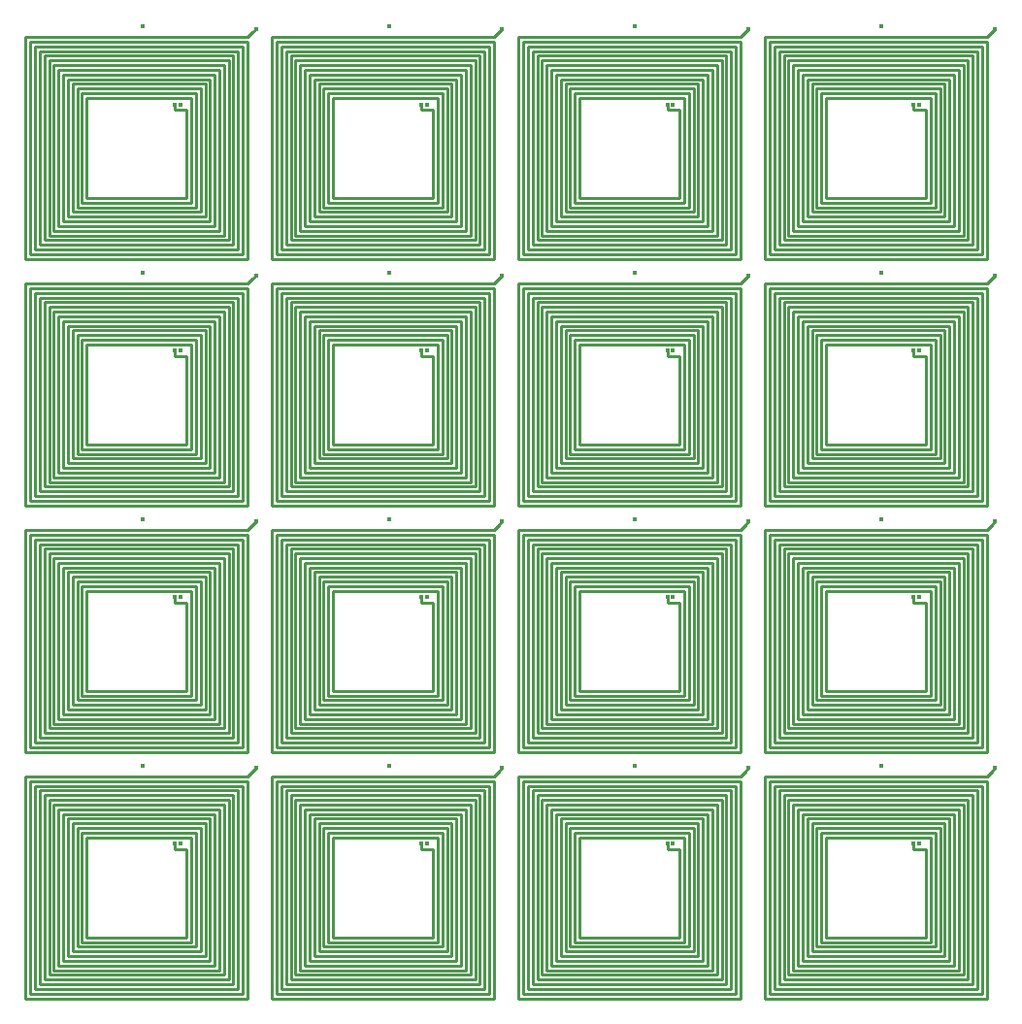
<source format=gbr>
%TF.GenerationSoftware,KiCad,Pcbnew,(5.1.10)-1*%
%TF.CreationDate,2021-11-01T22:44:31-04:00*%
%TF.ProjectId,PCB coil,50434220-636f-4696-9c2e-6b696361645f,rev?*%
%TF.SameCoordinates,Original*%
%TF.FileFunction,Copper,L3,Inr*%
%TF.FilePolarity,Positive*%
%FSLAX46Y46*%
G04 Gerber Fmt 4.6, Leading zero omitted, Abs format (unit mm)*
G04 Created by KiCad (PCBNEW (5.1.10)-1) date 2021-11-01 22:44:31*
%MOMM*%
%LPD*%
G01*
G04 APERTURE LIST*
%TA.AperFunction,ViaPad*%
%ADD10C,0.400000*%
%TD*%
%TA.AperFunction,Conductor*%
%ADD11C,0.230000*%
%TD*%
G04 APERTURE END LIST*
D10*
%TO.N,*%
X3300000Y3800000D03*
X10400000Y10400000D03*
X3800000Y3800000D03*
X500000Y10600000D03*
X24800000Y3800000D03*
X31900000Y10400000D03*
X22000000Y10600000D03*
X25300000Y3800000D03*
X74900000Y10400000D03*
X67800000Y3800000D03*
X68300000Y3800000D03*
X65000000Y10600000D03*
X46300000Y3800000D03*
X53400000Y10400000D03*
X43500000Y10600000D03*
X46800000Y3800000D03*
X68300000Y-17700000D03*
X31900000Y-11100000D03*
X74900000Y-11100000D03*
X67800000Y-17700000D03*
X65000000Y-10900000D03*
X46300000Y-17700000D03*
X24800000Y-17700000D03*
X46800000Y-17700000D03*
X25300000Y-17700000D03*
X22000000Y-10900000D03*
X43500000Y-10900000D03*
X53400000Y-11100000D03*
X3300000Y-17700000D03*
X10400000Y-11100000D03*
X500000Y-10900000D03*
X3800000Y-17700000D03*
X68300000Y-39200000D03*
X31900000Y-32600000D03*
X74900000Y-32600000D03*
X67800000Y-39200000D03*
X31900000Y-54100000D03*
X74900000Y-54100000D03*
X65000000Y-32400000D03*
X10400000Y-54100000D03*
X65000000Y-53900000D03*
X46300000Y-39200000D03*
X46300000Y-60700000D03*
X53400000Y-54100000D03*
X3300000Y-60700000D03*
X3800000Y-60700000D03*
X24800000Y-39200000D03*
X46800000Y-39200000D03*
X67800000Y-60700000D03*
X46800000Y-60700000D03*
X22000000Y-53900000D03*
X500000Y-53900000D03*
X25300000Y-39200000D03*
X22000000Y-32400000D03*
X25300000Y-60700000D03*
X43500000Y-32400000D03*
X53400000Y-32600000D03*
X68300000Y-60700000D03*
X24800000Y-60700000D03*
X43500000Y-53900000D03*
X3300000Y-39200000D03*
X10400000Y-32600000D03*
X500000Y-32400000D03*
X3800000Y-39200000D03*
%TD*%
D11*
%TO.N,*%
X3300000Y3300000D02*
X3300000Y3800000D01*
X4363000Y3300000D02*
X3300000Y3300000D01*
X9675000Y9675000D02*
X10100000Y10100000D01*
X4363000Y-4363000D02*
X4363000Y3300000D01*
X-4363000Y-4363000D02*
X4363000Y-4363000D01*
X-4363000Y4363000D02*
X-4363000Y-4363000D01*
X4771615Y4363000D02*
X-4363000Y4363000D01*
X4771615Y-4771615D02*
X4771615Y4363000D01*
X-4771615Y-4771615D02*
X4771615Y-4771615D01*
X-4771615Y4771615D02*
X-4771615Y-4771615D01*
X5180231Y4771615D02*
X-4771615Y4771615D01*
X5180231Y-5180231D02*
X5180231Y4771615D01*
X-5180231Y-5180231D02*
X5180231Y-5180231D01*
X-5180231Y5180231D02*
X-5180231Y-5180231D01*
X5588846Y5180231D02*
X-5180231Y5180231D01*
X5588846Y-5588846D02*
X5588846Y5180231D01*
X-5588846Y-5588846D02*
X5588846Y-5588846D01*
X-5588846Y5588846D02*
X-5588846Y-5588846D01*
X5997462Y5588846D02*
X-5588846Y5588846D01*
X5997462Y-5997462D02*
X5997462Y5588846D01*
X-5997462Y-5997462D02*
X5997462Y-5997462D01*
X-5997462Y5997462D02*
X-5997462Y-5997462D01*
X6406077Y5997462D02*
X-5997462Y5997462D01*
X6406077Y-6406077D02*
X6406077Y5997462D01*
X-6406077Y-6406077D02*
X6406077Y-6406077D01*
X-6406077Y6406077D02*
X-6406077Y-6406077D01*
X6814692Y6406077D02*
X-6406077Y6406077D01*
X6814692Y-6814692D02*
X6814692Y6406077D01*
X-6814692Y-6814692D02*
X6814692Y-6814692D01*
X-6814692Y6814692D02*
X-6814692Y-6814692D01*
X7223308Y6814692D02*
X-6814692Y6814692D01*
X7223308Y-7223308D02*
X7223308Y6814692D01*
X-7223308Y-7223308D02*
X7223308Y-7223308D01*
X-7223308Y7223308D02*
X-7223308Y-7223308D01*
X7631923Y7223308D02*
X-7223308Y7223308D01*
X7631923Y-7631923D02*
X7631923Y7223308D01*
X-7631923Y-7631923D02*
X7631923Y-7631923D01*
X-7631923Y7631923D02*
X-7631923Y-7631923D01*
X8040538Y7631923D02*
X-7631923Y7631923D01*
X8040538Y-8040538D02*
X8040538Y7631923D01*
X-8040538Y-8040538D02*
X8040538Y-8040538D01*
X-8040538Y8040538D02*
X-8040538Y-8040538D01*
X8449154Y8040538D02*
X-8040538Y8040538D01*
X8449154Y-8449154D02*
X8449154Y8040538D01*
X-8449154Y-8449154D02*
X8449154Y-8449154D01*
X-8449154Y8449154D02*
X-8449154Y-8449154D01*
X8857769Y8449154D02*
X-8449154Y8449154D01*
X8857769Y-8857769D02*
X8857769Y8449154D01*
X-8857769Y-8857769D02*
X8857769Y-8857769D01*
X-8857769Y8857769D02*
X-8857769Y-8857769D01*
X9266385Y8857769D02*
X-8857769Y8857769D01*
X9266385Y-9266385D02*
X9266385Y8857769D01*
X-9266385Y-9266385D02*
X9266385Y-9266385D01*
X-9266385Y9266385D02*
X-9266385Y-9266385D01*
X9675000Y9266385D02*
X-9266385Y9266385D01*
X9675000Y-9675000D02*
X9675000Y9266385D01*
X-9675000Y-9675000D02*
X9675000Y-9675000D01*
X-9675000Y9675000D02*
X-9675000Y-9675000D01*
X9675000Y9675000D02*
X-9675000Y9675000D01*
X10100000Y10100000D02*
X10400000Y10400000D01*
X31175000Y9266385D02*
X12233615Y9266385D01*
X12233615Y9266385D02*
X12233615Y-9266385D01*
X12233615Y-9266385D02*
X30766385Y-9266385D01*
X11825000Y9675000D02*
X11825000Y-9675000D01*
X12642231Y8857769D02*
X12642231Y-8857769D01*
X31175000Y-9675000D02*
X31175000Y9266385D01*
X30766385Y-9266385D02*
X30766385Y8857769D01*
X31175000Y9675000D02*
X11825000Y9675000D01*
X30766385Y8857769D02*
X12642231Y8857769D01*
X11825000Y-9675000D02*
X31175000Y-9675000D01*
X31600000Y10100000D02*
X31900000Y10400000D01*
X15502538Y5997462D02*
X15502538Y-5997462D01*
X15093923Y-6406077D02*
X27906077Y-6406077D01*
X15911154Y5588846D02*
X15911154Y-5588846D01*
X15093923Y6406077D02*
X15093923Y-6406077D01*
X14685308Y6814692D02*
X14685308Y-6814692D01*
X26271615Y4363000D02*
X17137000Y4363000D01*
X15911154Y-5588846D02*
X27088846Y-5588846D01*
X26680231Y-5180231D02*
X26680231Y4771615D01*
X29540538Y-8040538D02*
X29540538Y7631923D01*
X12642231Y-8857769D02*
X30357769Y-8857769D01*
X14276692Y-7223308D02*
X28723308Y-7223308D01*
X24800000Y3300000D02*
X24800000Y3800000D01*
X31175000Y9675000D02*
X31600000Y10100000D01*
X17137000Y4363000D02*
X17137000Y-4363000D01*
X27497462Y-5997462D02*
X27497462Y5588846D01*
X25863000Y-4363000D02*
X25863000Y3300000D01*
X27497462Y5588846D02*
X15911154Y5588846D01*
X27088846Y-5588846D02*
X27088846Y5180231D01*
X27088846Y5180231D02*
X16319769Y5180231D01*
X25863000Y3300000D02*
X24800000Y3300000D01*
X16728385Y-4771615D02*
X26271615Y-4771615D01*
X27906077Y5997462D02*
X15502538Y5997462D01*
X16728385Y4771615D02*
X16728385Y-4771615D01*
X28314692Y-6814692D02*
X28314692Y6406077D01*
X13868077Y-7631923D02*
X29131923Y-7631923D01*
X14685308Y-6814692D02*
X28314692Y-6814692D01*
X26271615Y-4771615D02*
X26271615Y4363000D01*
X28723308Y6814692D02*
X14685308Y6814692D01*
X16319769Y-5180231D02*
X26680231Y-5180231D01*
X28723308Y-7223308D02*
X28723308Y6814692D01*
X14276692Y7223308D02*
X14276692Y-7223308D01*
X27906077Y-6406077D02*
X27906077Y5997462D01*
X17137000Y-4363000D02*
X25863000Y-4363000D01*
X29131923Y7223308D02*
X14276692Y7223308D01*
X26680231Y4771615D02*
X16728385Y4771615D01*
X29540538Y7631923D02*
X13868077Y7631923D01*
X28314692Y6406077D02*
X15093923Y6406077D01*
X13459462Y-8040538D02*
X29540538Y-8040538D01*
X29949154Y8040538D02*
X13459462Y8040538D01*
X29131923Y-7631923D02*
X29131923Y7223308D01*
X29949154Y-8449154D02*
X29949154Y8040538D01*
X13868077Y7631923D02*
X13868077Y-7631923D01*
X13050846Y8449154D02*
X13050846Y-8449154D01*
X16319769Y5180231D02*
X16319769Y-5180231D01*
X13459462Y8040538D02*
X13459462Y-8040538D01*
X13050846Y-8449154D02*
X29949154Y-8449154D01*
X30357769Y8449154D02*
X13050846Y8449154D01*
X15502538Y-5997462D02*
X27497462Y-5997462D01*
X30357769Y-8857769D02*
X30357769Y8449154D01*
X74600000Y10100000D02*
X74900000Y10400000D01*
X54825000Y-9675000D02*
X74175000Y-9675000D01*
X52675000Y9266385D02*
X33733615Y9266385D01*
X33733615Y9266385D02*
X33733615Y-9266385D01*
X33733615Y-9266385D02*
X52266385Y-9266385D01*
X33325000Y9675000D02*
X33325000Y-9675000D01*
X34142231Y8857769D02*
X34142231Y-8857769D01*
X52675000Y-9675000D02*
X52675000Y9266385D01*
X52266385Y-9266385D02*
X52266385Y8857769D01*
X52675000Y9675000D02*
X33325000Y9675000D01*
X52266385Y8857769D02*
X34142231Y8857769D01*
X33325000Y-9675000D02*
X52675000Y-9675000D01*
X53100000Y10100000D02*
X53400000Y10400000D01*
X37002538Y5997462D02*
X37002538Y-5997462D01*
X36593923Y-6406077D02*
X49406077Y-6406077D01*
X37411154Y5588846D02*
X37411154Y-5588846D01*
X36593923Y6406077D02*
X36593923Y-6406077D01*
X36185308Y6814692D02*
X36185308Y-6814692D01*
X47771615Y4363000D02*
X38637000Y4363000D01*
X37411154Y-5588846D02*
X48588846Y-5588846D01*
X48180231Y-5180231D02*
X48180231Y4771615D01*
X51040538Y-8040538D02*
X51040538Y7631923D01*
X34142231Y-8857769D02*
X51857769Y-8857769D01*
X35776692Y-7223308D02*
X50223308Y-7223308D01*
X46300000Y3300000D02*
X46300000Y3800000D01*
X52675000Y9675000D02*
X53100000Y10100000D01*
X38637000Y4363000D02*
X38637000Y-4363000D01*
X48997462Y-5997462D02*
X48997462Y5588846D01*
X47363000Y-4363000D02*
X47363000Y3300000D01*
X48997462Y5588846D02*
X37411154Y5588846D01*
X48588846Y-5588846D02*
X48588846Y5180231D01*
X48588846Y5180231D02*
X37819769Y5180231D01*
X47363000Y3300000D02*
X46300000Y3300000D01*
X38228385Y-4771615D02*
X47771615Y-4771615D01*
X49406077Y5997462D02*
X37002538Y5997462D01*
X38228385Y4771615D02*
X38228385Y-4771615D01*
X49814692Y-6814692D02*
X49814692Y6406077D01*
X35368077Y-7631923D02*
X50631923Y-7631923D01*
X36185308Y-6814692D02*
X49814692Y-6814692D01*
X47771615Y-4771615D02*
X47771615Y4363000D01*
X50223308Y6814692D02*
X36185308Y6814692D01*
X37819769Y-5180231D02*
X48180231Y-5180231D01*
X50223308Y-7223308D02*
X50223308Y6814692D01*
X35776692Y7223308D02*
X35776692Y-7223308D01*
X49406077Y-6406077D02*
X49406077Y5997462D01*
X38637000Y-4363000D02*
X47363000Y-4363000D01*
X50631923Y7223308D02*
X35776692Y7223308D01*
X48180231Y4771615D02*
X38228385Y4771615D01*
X51040538Y7631923D02*
X35368077Y7631923D01*
X49814692Y6406077D02*
X36593923Y6406077D01*
X34959462Y-8040538D02*
X51040538Y-8040538D01*
X51449154Y8040538D02*
X34959462Y8040538D01*
X50631923Y-7631923D02*
X50631923Y7223308D01*
X51449154Y-8449154D02*
X51449154Y8040538D01*
X35368077Y7631923D02*
X35368077Y-7631923D01*
X34550846Y8449154D02*
X34550846Y-8449154D01*
X37819769Y5180231D02*
X37819769Y-5180231D01*
X34959462Y8040538D02*
X34959462Y-8040538D01*
X34550846Y-8449154D02*
X51449154Y-8449154D01*
X51857769Y8449154D02*
X34550846Y8449154D01*
X37002538Y-5997462D02*
X48997462Y-5997462D01*
X51857769Y-8857769D02*
X51857769Y8449154D01*
X57685308Y6814692D02*
X57685308Y-6814692D01*
X69271615Y4363000D02*
X60137000Y4363000D01*
X58911154Y-5588846D02*
X70088846Y-5588846D01*
X69680231Y-5180231D02*
X69680231Y4771615D01*
X72540538Y-8040538D02*
X72540538Y7631923D01*
X55642231Y-8857769D02*
X73357769Y-8857769D01*
X58502538Y5997462D02*
X58502538Y-5997462D01*
X58093923Y-6406077D02*
X70906077Y-6406077D01*
X58911154Y5588846D02*
X58911154Y-5588846D01*
X58093923Y6406077D02*
X58093923Y-6406077D01*
X55233615Y9266385D02*
X55233615Y-9266385D01*
X74175000Y-9675000D02*
X74175000Y9266385D01*
X55233615Y-9266385D02*
X73766385Y-9266385D01*
X54825000Y9675000D02*
X54825000Y-9675000D01*
X74175000Y9266385D02*
X55233615Y9266385D01*
X55642231Y8857769D02*
X55642231Y-8857769D01*
X73766385Y8857769D02*
X55642231Y8857769D01*
X74175000Y9675000D02*
X54825000Y9675000D01*
X73766385Y-9266385D02*
X73766385Y8857769D01*
X58502538Y-5997462D02*
X70497462Y-5997462D01*
X71314692Y-6814692D02*
X71314692Y6406077D01*
X72949154Y-8449154D02*
X72949154Y8040538D01*
X69271615Y-4771615D02*
X69271615Y4363000D01*
X56050846Y8449154D02*
X56050846Y-8449154D01*
X69680231Y4771615D02*
X59728385Y4771615D01*
X56459462Y-8040538D02*
X72540538Y-8040538D01*
X72131923Y-7631923D02*
X72131923Y7223308D01*
X59728385Y4771615D02*
X59728385Y-4771615D01*
X59319769Y-5180231D02*
X69680231Y-5180231D01*
X70906077Y-6406077D02*
X70906077Y5997462D01*
X70088846Y-5588846D02*
X70088846Y5180231D01*
X74175000Y9675000D02*
X74600000Y10100000D01*
X57276692Y7223308D02*
X57276692Y-7223308D01*
X59728385Y-4771615D02*
X69271615Y-4771615D01*
X60137000Y-4363000D02*
X68863000Y-4363000D01*
X56868077Y7631923D02*
X56868077Y-7631923D01*
X70088846Y5180231D02*
X59319769Y5180231D01*
X68863000Y3300000D02*
X67800000Y3300000D01*
X56868077Y-7631923D02*
X72131923Y-7631923D01*
X72949154Y8040538D02*
X56459462Y8040538D01*
X60137000Y4363000D02*
X60137000Y-4363000D01*
X68863000Y-4363000D02*
X68863000Y3300000D01*
X70497462Y-5997462D02*
X70497462Y5588846D01*
X57276692Y-7223308D02*
X71723308Y-7223308D01*
X72131923Y7223308D02*
X57276692Y7223308D01*
X72540538Y7631923D02*
X56868077Y7631923D01*
X57685308Y-6814692D02*
X71314692Y-6814692D01*
X59319769Y5180231D02*
X59319769Y-5180231D01*
X56050846Y-8449154D02*
X72949154Y-8449154D01*
X73357769Y-8857769D02*
X73357769Y8449154D01*
X56459462Y8040538D02*
X56459462Y-8040538D01*
X67800000Y3300000D02*
X67800000Y3800000D01*
X71723308Y-7223308D02*
X71723308Y6814692D01*
X70906077Y5997462D02*
X58502538Y5997462D01*
X71723308Y6814692D02*
X57685308Y6814692D01*
X70497462Y5588846D02*
X58911154Y5588846D01*
X71314692Y6406077D02*
X58093923Y6406077D01*
X73357769Y8449154D02*
X56050846Y8449154D01*
X31600000Y-11400000D02*
X31900000Y-11100000D01*
X11825000Y-31175000D02*
X31175000Y-31175000D01*
X9675000Y-12233615D02*
X-9266385Y-12233615D01*
X-9266385Y-12233615D02*
X-9266385Y-30766385D01*
X-9266385Y-30766385D02*
X9266385Y-30766385D01*
X-9675000Y-11825000D02*
X-9675000Y-31175000D01*
X-8857769Y-12642231D02*
X-8857769Y-30357769D01*
X9675000Y-31175000D02*
X9675000Y-12233615D01*
X9266385Y-30766385D02*
X9266385Y-12642231D01*
X9675000Y-11825000D02*
X-9675000Y-11825000D01*
X9266385Y-12642231D02*
X-8857769Y-12642231D01*
X-9675000Y-31175000D02*
X9675000Y-31175000D01*
X10100000Y-11400000D02*
X10400000Y-11100000D01*
X-5997462Y-15502538D02*
X-5997462Y-27497462D01*
X-6406077Y-27906077D02*
X6406077Y-27906077D01*
X-5588846Y-15911154D02*
X-5588846Y-27088846D01*
X-6406077Y-15093923D02*
X-6406077Y-27906077D01*
X-6814692Y-14685308D02*
X-6814692Y-28314692D01*
X4771615Y-17137000D02*
X-4363000Y-17137000D01*
X-5588846Y-27088846D02*
X5588846Y-27088846D01*
X5180231Y-26680231D02*
X5180231Y-16728385D01*
X8040538Y-29540538D02*
X8040538Y-13868077D01*
X-8857769Y-30357769D02*
X8857769Y-30357769D01*
X-7223308Y-28723308D02*
X7223308Y-28723308D01*
X3300000Y-18200000D02*
X3300000Y-17700000D01*
X9675000Y-11825000D02*
X10100000Y-11400000D01*
X-4363000Y-17137000D02*
X-4363000Y-25863000D01*
X5997462Y-27497462D02*
X5997462Y-15911154D01*
X4363000Y-25863000D02*
X4363000Y-18200000D01*
X5997462Y-15911154D02*
X-5588846Y-15911154D01*
X5588846Y-27088846D02*
X5588846Y-16319769D01*
X5588846Y-16319769D02*
X-5180231Y-16319769D01*
X4363000Y-18200000D02*
X3300000Y-18200000D01*
X-4771615Y-26271615D02*
X4771615Y-26271615D01*
X6406077Y-15502538D02*
X-5997462Y-15502538D01*
X-4771615Y-16728385D02*
X-4771615Y-26271615D01*
X6814692Y-28314692D02*
X6814692Y-15093923D01*
X-7631923Y-29131923D02*
X7631923Y-29131923D01*
X-6814692Y-28314692D02*
X6814692Y-28314692D01*
X4771615Y-26271615D02*
X4771615Y-17137000D01*
X7223308Y-14685308D02*
X-6814692Y-14685308D01*
X-5180231Y-26680231D02*
X5180231Y-26680231D01*
X7223308Y-28723308D02*
X7223308Y-14685308D01*
X-7223308Y-14276692D02*
X-7223308Y-28723308D01*
X6406077Y-27906077D02*
X6406077Y-15502538D01*
X-4363000Y-25863000D02*
X4363000Y-25863000D01*
X7631923Y-14276692D02*
X-7223308Y-14276692D01*
X5180231Y-16728385D02*
X-4771615Y-16728385D01*
X8040538Y-13868077D02*
X-7631923Y-13868077D01*
X6814692Y-15093923D02*
X-6406077Y-15093923D01*
X-8040538Y-29540538D02*
X8040538Y-29540538D01*
X8449154Y-13459462D02*
X-8040538Y-13459462D01*
X7631923Y-29131923D02*
X7631923Y-14276692D01*
X8449154Y-29949154D02*
X8449154Y-13459462D01*
X-7631923Y-13868077D02*
X-7631923Y-29131923D01*
X-8449154Y-13050846D02*
X-8449154Y-29949154D01*
X-5180231Y-16319769D02*
X-5180231Y-26680231D01*
X-8040538Y-13459462D02*
X-8040538Y-29540538D01*
X-8449154Y-29949154D02*
X8449154Y-29949154D01*
X8857769Y-13050846D02*
X-8449154Y-13050846D01*
X-5997462Y-27497462D02*
X5997462Y-27497462D01*
X8857769Y-30357769D02*
X8857769Y-13050846D01*
X14685308Y-14685308D02*
X14685308Y-28314692D01*
X26271615Y-17137000D02*
X17137000Y-17137000D01*
X15911154Y-27088846D02*
X27088846Y-27088846D01*
X26680231Y-26680231D02*
X26680231Y-16728385D01*
X29540538Y-29540538D02*
X29540538Y-13868077D01*
X12642231Y-30357769D02*
X30357769Y-30357769D01*
X15502538Y-15502538D02*
X15502538Y-27497462D01*
X15093923Y-27906077D02*
X27906077Y-27906077D01*
X15911154Y-15911154D02*
X15911154Y-27088846D01*
X15093923Y-15093923D02*
X15093923Y-27906077D01*
X12233615Y-12233615D02*
X12233615Y-30766385D01*
X31175000Y-31175000D02*
X31175000Y-12233615D01*
X12233615Y-30766385D02*
X30766385Y-30766385D01*
X11825000Y-11825000D02*
X11825000Y-31175000D01*
X31175000Y-12233615D02*
X12233615Y-12233615D01*
X12642231Y-12642231D02*
X12642231Y-30357769D01*
X58502538Y-27497462D02*
X70497462Y-27497462D01*
X72131923Y-29131923D02*
X72131923Y-14276692D01*
X59728385Y-16728385D02*
X59728385Y-26271615D01*
X59728385Y-26271615D02*
X69271615Y-26271615D01*
X56868077Y-13868077D02*
X56868077Y-29131923D01*
X73766385Y-12642231D02*
X55642231Y-12642231D01*
X72949154Y-29949154D02*
X72949154Y-13459462D01*
X70906077Y-27906077D02*
X70906077Y-15502538D01*
X74175000Y-11825000D02*
X74600000Y-11400000D01*
X73766385Y-30766385D02*
X73766385Y-12642231D01*
X69680231Y-16728385D02*
X59728385Y-16728385D01*
X56050846Y-13050846D02*
X56050846Y-29949154D01*
X74175000Y-11825000D02*
X54825000Y-11825000D01*
X70088846Y-16319769D02*
X59319769Y-16319769D01*
X60137000Y-25863000D02*
X68863000Y-25863000D01*
X71314692Y-28314692D02*
X71314692Y-15093923D01*
X56459462Y-29540538D02*
X72540538Y-29540538D01*
X59319769Y-26680231D02*
X69680231Y-26680231D01*
X70088846Y-27088846D02*
X70088846Y-16319769D01*
X57276692Y-14276692D02*
X57276692Y-28723308D01*
X69271615Y-26271615D02*
X69271615Y-17137000D01*
X55642231Y-12642231D02*
X55642231Y-30357769D01*
X56050846Y-29949154D02*
X72949154Y-29949154D01*
X73357769Y-13050846D02*
X56050846Y-13050846D01*
X68863000Y-25863000D02*
X68863000Y-18200000D01*
X72540538Y-13868077D02*
X56868077Y-13868077D01*
X67800000Y-18200000D02*
X67800000Y-17700000D01*
X56459462Y-13459462D02*
X56459462Y-29540538D01*
X73357769Y-30357769D02*
X73357769Y-13050846D01*
X72949154Y-13459462D02*
X56459462Y-13459462D01*
X71723308Y-14685308D02*
X57685308Y-14685308D01*
X70906077Y-15502538D02*
X58502538Y-15502538D01*
X71314692Y-15093923D02*
X58093923Y-15093923D01*
X72131923Y-14276692D02*
X57276692Y-14276692D01*
X56868077Y-29131923D02*
X72131923Y-29131923D01*
X70497462Y-15911154D02*
X58911154Y-15911154D01*
X57276692Y-28723308D02*
X71723308Y-28723308D01*
X59319769Y-16319769D02*
X59319769Y-26680231D01*
X71723308Y-28723308D02*
X71723308Y-14685308D01*
X57685308Y-28314692D02*
X71314692Y-28314692D01*
X68863000Y-18200000D02*
X67800000Y-18200000D01*
X60137000Y-17137000D02*
X60137000Y-25863000D01*
X70497462Y-27497462D02*
X70497462Y-15911154D01*
X74600000Y-11400000D02*
X74900000Y-11100000D01*
X33325000Y-31175000D02*
X52675000Y-31175000D01*
X52675000Y-12233615D02*
X33733615Y-12233615D01*
X33733615Y-30766385D02*
X52266385Y-30766385D01*
X33325000Y-11825000D02*
X33325000Y-31175000D01*
X33733615Y-12233615D02*
X33733615Y-30766385D01*
X30766385Y-12642231D02*
X12642231Y-12642231D01*
X31175000Y-11825000D02*
X11825000Y-11825000D01*
X30766385Y-30766385D02*
X30766385Y-12642231D01*
X47363000Y-25863000D02*
X47363000Y-18200000D01*
X36593923Y-15093923D02*
X36593923Y-27906077D01*
X35776692Y-28723308D02*
X50223308Y-28723308D01*
X36185308Y-14685308D02*
X36185308Y-28314692D01*
X47771615Y-17137000D02*
X38637000Y-17137000D01*
X34142231Y-30357769D02*
X51857769Y-30357769D01*
X37411154Y-27088846D02*
X48588846Y-27088846D01*
X38637000Y-17137000D02*
X38637000Y-25863000D01*
X48997462Y-27497462D02*
X48997462Y-15911154D01*
X47363000Y-18200000D02*
X46300000Y-18200000D01*
X38228385Y-16728385D02*
X38228385Y-26271615D01*
X49406077Y-27906077D02*
X49406077Y-15502538D01*
X48180231Y-16728385D02*
X38228385Y-16728385D01*
X51040538Y-13868077D02*
X35368077Y-13868077D01*
X36185308Y-28314692D02*
X49814692Y-28314692D01*
X48588846Y-27088846D02*
X48588846Y-16319769D01*
X51040538Y-29540538D02*
X51040538Y-13868077D01*
X36593923Y-27906077D02*
X49406077Y-27906077D01*
X38228385Y-26271615D02*
X47771615Y-26271615D01*
X49406077Y-15502538D02*
X37002538Y-15502538D01*
X47771615Y-26271615D02*
X47771615Y-17137000D01*
X34959462Y-29540538D02*
X51040538Y-29540538D01*
X51449154Y-13459462D02*
X34959462Y-13459462D01*
X51449154Y-29949154D02*
X51449154Y-13459462D01*
X37002538Y-15502538D02*
X37002538Y-27497462D01*
X48997462Y-15911154D02*
X37411154Y-15911154D01*
X48588846Y-16319769D02*
X37819769Y-16319769D01*
X37411154Y-15911154D02*
X37411154Y-27088846D01*
X46300000Y-18200000D02*
X46300000Y-17700000D01*
X35368077Y-29131923D02*
X50631923Y-29131923D01*
X50223308Y-14685308D02*
X36185308Y-14685308D01*
X37819769Y-26680231D02*
X48180231Y-26680231D01*
X50223308Y-28723308D02*
X50223308Y-14685308D01*
X35776692Y-14276692D02*
X35776692Y-28723308D01*
X38637000Y-25863000D02*
X47363000Y-25863000D01*
X48180231Y-26680231D02*
X48180231Y-16728385D01*
X49814692Y-15093923D02*
X36593923Y-15093923D01*
X52675000Y-11825000D02*
X53100000Y-11400000D01*
X50631923Y-14276692D02*
X35776692Y-14276692D01*
X50631923Y-29131923D02*
X50631923Y-14276692D01*
X35368077Y-13868077D02*
X35368077Y-29131923D01*
X49814692Y-28314692D02*
X49814692Y-15093923D01*
X52266385Y-12642231D02*
X34142231Y-12642231D01*
X34142231Y-12642231D02*
X34142231Y-30357769D01*
X52675000Y-31175000D02*
X52675000Y-12233615D01*
X52675000Y-11825000D02*
X33325000Y-11825000D01*
X52266385Y-30766385D02*
X52266385Y-12642231D01*
X15502538Y-27497462D02*
X27497462Y-27497462D01*
X28314692Y-28314692D02*
X28314692Y-15093923D01*
X29949154Y-29949154D02*
X29949154Y-13459462D01*
X26271615Y-26271615D02*
X26271615Y-17137000D01*
X13050846Y-13050846D02*
X13050846Y-29949154D01*
X26680231Y-16728385D02*
X16728385Y-16728385D01*
X13459462Y-29540538D02*
X29540538Y-29540538D01*
X29131923Y-29131923D02*
X29131923Y-14276692D01*
X16728385Y-16728385D02*
X16728385Y-26271615D01*
X16319769Y-26680231D02*
X26680231Y-26680231D01*
X27906077Y-27906077D02*
X27906077Y-15502538D01*
X27088846Y-27088846D02*
X27088846Y-16319769D01*
X31175000Y-11825000D02*
X31600000Y-11400000D01*
X14276692Y-14276692D02*
X14276692Y-28723308D01*
X16728385Y-26271615D02*
X26271615Y-26271615D01*
X17137000Y-25863000D02*
X25863000Y-25863000D01*
X13868077Y-13868077D02*
X13868077Y-29131923D01*
X27088846Y-16319769D02*
X16319769Y-16319769D01*
X25863000Y-18200000D02*
X24800000Y-18200000D01*
X13868077Y-29131923D02*
X29131923Y-29131923D01*
X29949154Y-13459462D02*
X13459462Y-13459462D01*
X17137000Y-17137000D02*
X17137000Y-25863000D01*
X25863000Y-25863000D02*
X25863000Y-18200000D01*
X27497462Y-27497462D02*
X27497462Y-15911154D01*
X14276692Y-28723308D02*
X28723308Y-28723308D01*
X29131923Y-14276692D02*
X14276692Y-14276692D01*
X29540538Y-13868077D02*
X13868077Y-13868077D01*
X14685308Y-28314692D02*
X28314692Y-28314692D01*
X16319769Y-16319769D02*
X16319769Y-26680231D01*
X13050846Y-29949154D02*
X29949154Y-29949154D01*
X30357769Y-30357769D02*
X30357769Y-13050846D01*
X13459462Y-13459462D02*
X13459462Y-29540538D01*
X24800000Y-18200000D02*
X24800000Y-17700000D01*
X28723308Y-28723308D02*
X28723308Y-14685308D01*
X27906077Y-15502538D02*
X15502538Y-15502538D01*
X28723308Y-14685308D02*
X14685308Y-14685308D01*
X27497462Y-15911154D02*
X15911154Y-15911154D01*
X28314692Y-15093923D02*
X15093923Y-15093923D01*
X30357769Y-13050846D02*
X13050846Y-13050846D01*
X58911154Y-15911154D02*
X58911154Y-27088846D01*
X55233615Y-30766385D02*
X73766385Y-30766385D01*
X58093923Y-27906077D02*
X70906077Y-27906077D01*
X58093923Y-15093923D02*
X58093923Y-27906077D01*
X55233615Y-12233615D02*
X55233615Y-30766385D01*
X74175000Y-31175000D02*
X74175000Y-12233615D01*
X54825000Y-11825000D02*
X54825000Y-31175000D01*
X74175000Y-12233615D02*
X55233615Y-12233615D01*
X53100000Y-11400000D02*
X53400000Y-11100000D01*
X54825000Y-31175000D02*
X74175000Y-31175000D01*
X37819769Y-16319769D02*
X37819769Y-26680231D01*
X69680231Y-26680231D02*
X69680231Y-16728385D01*
X57685308Y-14685308D02*
X57685308Y-28314692D01*
X58502538Y-15502538D02*
X58502538Y-27497462D01*
X34550846Y-13050846D02*
X34550846Y-29949154D01*
X34959462Y-13459462D02*
X34959462Y-29540538D01*
X55642231Y-30357769D02*
X73357769Y-30357769D01*
X51857769Y-13050846D02*
X34550846Y-13050846D01*
X58911154Y-27088846D02*
X70088846Y-27088846D01*
X37002538Y-27497462D02*
X48997462Y-27497462D01*
X72540538Y-29540538D02*
X72540538Y-13868077D01*
X34550846Y-29949154D02*
X51449154Y-29949154D01*
X51857769Y-30357769D02*
X51857769Y-13050846D01*
X69271615Y-17137000D02*
X60137000Y-17137000D01*
X11825000Y-74175000D02*
X31175000Y-74175000D01*
X31600000Y-54400000D02*
X31900000Y-54100000D01*
X-9266385Y-73766385D02*
X9266385Y-73766385D01*
X9266385Y-73766385D02*
X9266385Y-55642231D01*
X-8857769Y-55642231D02*
X-8857769Y-73357769D01*
X9675000Y-54825000D02*
X-9675000Y-54825000D01*
X9675000Y-55233615D02*
X-9266385Y-55233615D01*
X9675000Y-74175000D02*
X9675000Y-55233615D01*
X-9266385Y-55233615D02*
X-9266385Y-73766385D01*
X-9675000Y-54825000D02*
X-9675000Y-74175000D01*
X-9675000Y-74175000D02*
X9675000Y-74175000D01*
X9266385Y-55642231D02*
X-8857769Y-55642231D01*
X-6814692Y-57685308D02*
X-6814692Y-71314692D01*
X5180231Y-69680231D02*
X5180231Y-59728385D01*
X8040538Y-72540538D02*
X8040538Y-56868077D01*
X-5588846Y-70088846D02*
X5588846Y-70088846D01*
X-8857769Y-73357769D02*
X8857769Y-73357769D01*
X-6406077Y-58093923D02*
X-6406077Y-70906077D01*
X-5588846Y-58911154D02*
X-5588846Y-70088846D01*
X4771615Y-60137000D02*
X-4363000Y-60137000D01*
X10100000Y-54400000D02*
X10400000Y-54100000D01*
X-5997462Y-58502538D02*
X-5997462Y-70497462D01*
X-6406077Y-70906077D02*
X6406077Y-70906077D01*
X6406077Y-70906077D02*
X6406077Y-58502538D01*
X8040538Y-56868077D02*
X-7631923Y-56868077D01*
X-8449154Y-56050846D02*
X-8449154Y-72949154D01*
X29540538Y-72540538D02*
X29540538Y-56868077D01*
X-8040538Y-72540538D02*
X8040538Y-72540538D01*
X7223308Y-71723308D02*
X7223308Y-57685308D01*
X12642231Y-73357769D02*
X30357769Y-73357769D01*
X-4771615Y-69271615D02*
X4771615Y-69271615D01*
X-7631923Y-72131923D02*
X7631923Y-72131923D01*
X-6814692Y-71314692D02*
X6814692Y-71314692D01*
X-5180231Y-69680231D02*
X5180231Y-69680231D01*
X-7223308Y-71723308D02*
X7223308Y-71723308D01*
X-5180231Y-59319769D02*
X-5180231Y-69680231D01*
X5997462Y-58911154D02*
X-5588846Y-58911154D01*
X-8449154Y-72949154D02*
X8449154Y-72949154D01*
X4363000Y-61200000D02*
X3300000Y-61200000D01*
X3300000Y-61200000D02*
X3300000Y-60700000D01*
X-4771615Y-59728385D02*
X-4771615Y-69271615D01*
X6814692Y-71314692D02*
X6814692Y-58093923D01*
X7223308Y-57685308D02*
X-6814692Y-57685308D01*
X4771615Y-69271615D02*
X4771615Y-60137000D01*
X-7223308Y-57276692D02*
X-7223308Y-71723308D01*
X8449154Y-72949154D02*
X8449154Y-56459462D01*
X8449154Y-56459462D02*
X-8040538Y-56459462D01*
X5588846Y-59319769D02*
X-5180231Y-59319769D01*
X8857769Y-56050846D02*
X-8449154Y-56050846D01*
X-5997462Y-70497462D02*
X5997462Y-70497462D01*
X7631923Y-57276692D02*
X-7223308Y-57276692D01*
X5180231Y-59728385D02*
X-4771615Y-59728385D01*
X-8040538Y-56459462D02*
X-8040538Y-72540538D01*
X-7631923Y-56868077D02*
X-7631923Y-72131923D01*
X5997462Y-70497462D02*
X5997462Y-58911154D01*
X4363000Y-68863000D02*
X4363000Y-61200000D01*
X8857769Y-73357769D02*
X8857769Y-56050846D01*
X6814692Y-58093923D02*
X-6406077Y-58093923D01*
X14685308Y-57685308D02*
X14685308Y-71314692D01*
X6406077Y-58502538D02*
X-5997462Y-58502538D01*
X9675000Y-54825000D02*
X10100000Y-54400000D01*
X7631923Y-72131923D02*
X7631923Y-57276692D01*
X-4363000Y-68863000D02*
X4363000Y-68863000D01*
X26271615Y-60137000D02*
X17137000Y-60137000D01*
X15911154Y-70088846D02*
X27088846Y-70088846D01*
X26680231Y-69680231D02*
X26680231Y-59728385D01*
X-4363000Y-60137000D02*
X-4363000Y-68863000D01*
X5588846Y-70088846D02*
X5588846Y-59319769D01*
X15093923Y-58093923D02*
X15093923Y-70906077D01*
X15502538Y-58502538D02*
X15502538Y-70497462D01*
X15093923Y-70906077D02*
X27906077Y-70906077D01*
X15911154Y-58911154D02*
X15911154Y-70088846D01*
X31600000Y-32900000D02*
X31900000Y-32600000D01*
X11825000Y-52675000D02*
X31175000Y-52675000D01*
X9675000Y-33733615D02*
X-9266385Y-33733615D01*
X-9266385Y-33733615D02*
X-9266385Y-52266385D01*
X-9266385Y-52266385D02*
X9266385Y-52266385D01*
X-9675000Y-33325000D02*
X-9675000Y-52675000D01*
X-8857769Y-34142231D02*
X-8857769Y-51857769D01*
X9675000Y-52675000D02*
X9675000Y-33733615D01*
X9266385Y-52266385D02*
X9266385Y-34142231D01*
X9675000Y-33325000D02*
X-9675000Y-33325000D01*
X9266385Y-34142231D02*
X-8857769Y-34142231D01*
X-9675000Y-52675000D02*
X9675000Y-52675000D01*
X10100000Y-32900000D02*
X10400000Y-32600000D01*
X54825000Y-74175000D02*
X74175000Y-74175000D01*
X53100000Y-54400000D02*
X53400000Y-54100000D01*
X58911154Y-70088846D02*
X70088846Y-70088846D01*
X37002538Y-70497462D02*
X48997462Y-70497462D01*
X37819769Y-59319769D02*
X37819769Y-69680231D01*
X69680231Y-69680231D02*
X69680231Y-59728385D01*
X58502538Y-58502538D02*
X58502538Y-70497462D01*
X34959462Y-56459462D02*
X34959462Y-72540538D01*
X55642231Y-73357769D02*
X73357769Y-73357769D01*
X34550846Y-56050846D02*
X34550846Y-72949154D01*
X57685308Y-57685308D02*
X57685308Y-71314692D01*
X51857769Y-56050846D02*
X34550846Y-56050846D01*
X72540538Y-72540538D02*
X72540538Y-56868077D01*
X69271615Y-60137000D02*
X60137000Y-60137000D01*
X51857769Y-73357769D02*
X51857769Y-56050846D01*
X34550846Y-72949154D02*
X51449154Y-72949154D01*
X12233615Y-55233615D02*
X12233615Y-73766385D01*
X31175000Y-74175000D02*
X31175000Y-55233615D01*
X12233615Y-73766385D02*
X30766385Y-73766385D01*
X11825000Y-54825000D02*
X11825000Y-74175000D01*
X31175000Y-55233615D02*
X12233615Y-55233615D01*
X70088846Y-70088846D02*
X70088846Y-59319769D01*
X57276692Y-57276692D02*
X57276692Y-71723308D01*
X69271615Y-69271615D02*
X69271615Y-60137000D01*
X73766385Y-73766385D02*
X73766385Y-55642231D01*
X69680231Y-59728385D02*
X59728385Y-59728385D01*
X60137000Y-68863000D02*
X68863000Y-68863000D01*
X59728385Y-59728385D02*
X59728385Y-69271615D01*
X74175000Y-54825000D02*
X74600000Y-54400000D01*
X71314692Y-71314692D02*
X71314692Y-58093923D01*
X55642231Y-55642231D02*
X55642231Y-73357769D01*
X56868077Y-56868077D02*
X56868077Y-72131923D01*
X58502538Y-70497462D02*
X70497462Y-70497462D01*
X72131923Y-72131923D02*
X72131923Y-57276692D01*
X70906077Y-70906077D02*
X70906077Y-58502538D01*
X72949154Y-72949154D02*
X72949154Y-56459462D01*
X73766385Y-55642231D02*
X55642231Y-55642231D01*
X12642231Y-55642231D02*
X12642231Y-73357769D01*
X59728385Y-69271615D02*
X69271615Y-69271615D01*
X74175000Y-54825000D02*
X54825000Y-54825000D01*
X56050846Y-56050846D02*
X56050846Y-72949154D01*
X70088846Y-59319769D02*
X59319769Y-59319769D01*
X56459462Y-72540538D02*
X72540538Y-72540538D01*
X59319769Y-69680231D02*
X69680231Y-69680231D01*
X71723308Y-57685308D02*
X57685308Y-57685308D01*
X68863000Y-61200000D02*
X67800000Y-61200000D01*
X72540538Y-56868077D02*
X56868077Y-56868077D01*
X73357769Y-73357769D02*
X73357769Y-56050846D01*
X70497462Y-58911154D02*
X58911154Y-58911154D01*
X60137000Y-60137000D02*
X60137000Y-68863000D01*
X74600000Y-54400000D02*
X74900000Y-54100000D01*
X57276692Y-71723308D02*
X71723308Y-71723308D01*
X56868077Y-72131923D02*
X72131923Y-72131923D01*
X67800000Y-61200000D02*
X67800000Y-60700000D01*
X59319769Y-59319769D02*
X59319769Y-69680231D01*
X71723308Y-71723308D02*
X71723308Y-57685308D01*
X56050846Y-72949154D02*
X72949154Y-72949154D01*
X68863000Y-68863000D02*
X68863000Y-61200000D01*
X56459462Y-56459462D02*
X56459462Y-72540538D01*
X72949154Y-56459462D02*
X56459462Y-56459462D01*
X71314692Y-58093923D02*
X58093923Y-58093923D01*
X72131923Y-57276692D02*
X57276692Y-57276692D01*
X57685308Y-71314692D02*
X71314692Y-71314692D01*
X70497462Y-70497462D02*
X70497462Y-58911154D01*
X70906077Y-58502538D02*
X58502538Y-58502538D01*
X73357769Y-56050846D02*
X56050846Y-56050846D01*
X52675000Y-55233615D02*
X33733615Y-55233615D01*
X33733615Y-73766385D02*
X52266385Y-73766385D01*
X33325000Y-54825000D02*
X33325000Y-74175000D01*
X33325000Y-74175000D02*
X52675000Y-74175000D01*
X33733615Y-55233615D02*
X33733615Y-73766385D01*
X51040538Y-72540538D02*
X51040538Y-56868077D01*
X38228385Y-59728385D02*
X38228385Y-69271615D01*
X36593923Y-70906077D02*
X49406077Y-70906077D01*
X38228385Y-69271615D02*
X47771615Y-69271615D01*
X34959462Y-72540538D02*
X51040538Y-72540538D01*
X51449154Y-56459462D02*
X34959462Y-56459462D01*
X49406077Y-58502538D02*
X37002538Y-58502538D01*
X48997462Y-70497462D02*
X48997462Y-58911154D01*
X31175000Y-54825000D02*
X11825000Y-54825000D01*
X47771615Y-69271615D02*
X47771615Y-60137000D01*
X51449154Y-72949154D02*
X51449154Y-56459462D01*
X37002538Y-58502538D02*
X37002538Y-70497462D01*
X48588846Y-59319769D02*
X37819769Y-59319769D01*
X46300000Y-61200000D02*
X46300000Y-60700000D01*
X37411154Y-58911154D02*
X37411154Y-70088846D01*
X35368077Y-72131923D02*
X50631923Y-72131923D01*
X48588846Y-70088846D02*
X48588846Y-59319769D01*
X36185308Y-71314692D02*
X49814692Y-71314692D01*
X48997462Y-58911154D02*
X37411154Y-58911154D01*
X50223308Y-57685308D02*
X36185308Y-57685308D01*
X37411154Y-70088846D02*
X48588846Y-70088846D01*
X30766385Y-55642231D02*
X12642231Y-55642231D01*
X47363000Y-68863000D02*
X47363000Y-61200000D01*
X36593923Y-58093923D02*
X36593923Y-70906077D01*
X35776692Y-71723308D02*
X50223308Y-71723308D01*
X36185308Y-57685308D02*
X36185308Y-71314692D01*
X47771615Y-60137000D02*
X38637000Y-60137000D01*
X34142231Y-73357769D02*
X51857769Y-73357769D01*
X38637000Y-60137000D02*
X38637000Y-68863000D01*
X47363000Y-61200000D02*
X46300000Y-61200000D01*
X30766385Y-73766385D02*
X30766385Y-55642231D01*
X49406077Y-70906077D02*
X49406077Y-58502538D01*
X48180231Y-59728385D02*
X38228385Y-59728385D01*
X51040538Y-56868077D02*
X35368077Y-56868077D01*
X13050846Y-56050846D02*
X13050846Y-72949154D01*
X26680231Y-59728385D02*
X16728385Y-59728385D01*
X16319769Y-69680231D02*
X26680231Y-69680231D01*
X31175000Y-54825000D02*
X31600000Y-54400000D01*
X48180231Y-69680231D02*
X48180231Y-59728385D01*
X27906077Y-70906077D02*
X27906077Y-58502538D01*
X13868077Y-56868077D02*
X13868077Y-72131923D01*
X50631923Y-72131923D02*
X50631923Y-57276692D01*
X35368077Y-56868077D02*
X35368077Y-72131923D01*
X50223308Y-71723308D02*
X50223308Y-57685308D01*
X38637000Y-68863000D02*
X47363000Y-68863000D01*
X29949154Y-72949154D02*
X29949154Y-56459462D01*
X16728385Y-59728385D02*
X16728385Y-69271615D01*
X27088846Y-70088846D02*
X27088846Y-59319769D01*
X29131923Y-72131923D02*
X29131923Y-57276692D01*
X14276692Y-57276692D02*
X14276692Y-71723308D01*
X17137000Y-68863000D02*
X25863000Y-68863000D01*
X27088846Y-59319769D02*
X16319769Y-59319769D01*
X25863000Y-61200000D02*
X24800000Y-61200000D01*
X13868077Y-72131923D02*
X29131923Y-72131923D01*
X13459462Y-72540538D02*
X29540538Y-72540538D01*
X16728385Y-69271615D02*
X26271615Y-69271615D01*
X49814692Y-58093923D02*
X36593923Y-58093923D01*
X52675000Y-54825000D02*
X53100000Y-54400000D01*
X50631923Y-57276692D02*
X35776692Y-57276692D01*
X52266385Y-55642231D02*
X34142231Y-55642231D01*
X49814692Y-71314692D02*
X49814692Y-58093923D01*
X35776692Y-57276692D02*
X35776692Y-71723308D01*
X37819769Y-69680231D02*
X48180231Y-69680231D01*
X34142231Y-55642231D02*
X34142231Y-73357769D01*
X52675000Y-54825000D02*
X33325000Y-54825000D01*
X52266385Y-73766385D02*
X52266385Y-55642231D01*
X52675000Y-74175000D02*
X52675000Y-55233615D01*
X15502538Y-70497462D02*
X27497462Y-70497462D01*
X28314692Y-71314692D02*
X28314692Y-58093923D01*
X26271615Y-69271615D02*
X26271615Y-60137000D01*
X29131923Y-57276692D02*
X14276692Y-57276692D01*
X55233615Y-55233615D02*
X55233615Y-73766385D01*
X24800000Y-61200000D02*
X24800000Y-60700000D01*
X58911154Y-58911154D02*
X58911154Y-70088846D01*
X74175000Y-74175000D02*
X74175000Y-55233615D01*
X28723308Y-57685308D02*
X14685308Y-57685308D01*
X13050846Y-72949154D02*
X29949154Y-72949154D01*
X13459462Y-56459462D02*
X13459462Y-72540538D01*
X54825000Y-54825000D02*
X54825000Y-74175000D01*
X14685308Y-71314692D02*
X28314692Y-71314692D01*
X30357769Y-73357769D02*
X30357769Y-56050846D01*
X27906077Y-58502538D02*
X15502538Y-58502538D01*
X28314692Y-58093923D02*
X15093923Y-58093923D01*
X25863000Y-68863000D02*
X25863000Y-61200000D01*
X28723308Y-71723308D02*
X28723308Y-57685308D01*
X30357769Y-56050846D02*
X13050846Y-56050846D01*
X27497462Y-70497462D02*
X27497462Y-58911154D01*
X16319769Y-59319769D02*
X16319769Y-69680231D01*
X58093923Y-70906077D02*
X70906077Y-70906077D01*
X58093923Y-58093923D02*
X58093923Y-70906077D01*
X29540538Y-56868077D02*
X13868077Y-56868077D01*
X17137000Y-60137000D02*
X17137000Y-68863000D01*
X27497462Y-58911154D02*
X15911154Y-58911154D01*
X14276692Y-71723308D02*
X28723308Y-71723308D01*
X55233615Y-73766385D02*
X73766385Y-73766385D01*
X29949154Y-56459462D02*
X13459462Y-56459462D01*
X74175000Y-55233615D02*
X55233615Y-55233615D01*
X-5997462Y-37002538D02*
X-5997462Y-48997462D01*
X-6406077Y-49406077D02*
X6406077Y-49406077D01*
X-5588846Y-37411154D02*
X-5588846Y-48588846D01*
X-6406077Y-36593923D02*
X-6406077Y-49406077D01*
X-6814692Y-36185308D02*
X-6814692Y-49814692D01*
X4771615Y-38637000D02*
X-4363000Y-38637000D01*
X-5588846Y-48588846D02*
X5588846Y-48588846D01*
X5180231Y-48180231D02*
X5180231Y-38228385D01*
X8040538Y-51040538D02*
X8040538Y-35368077D01*
X-8857769Y-51857769D02*
X8857769Y-51857769D01*
X-7223308Y-50223308D02*
X7223308Y-50223308D01*
X3300000Y-39700000D02*
X3300000Y-39200000D01*
X9675000Y-33325000D02*
X10100000Y-32900000D01*
X-4363000Y-38637000D02*
X-4363000Y-47363000D01*
X5997462Y-48997462D02*
X5997462Y-37411154D01*
X4363000Y-47363000D02*
X4363000Y-39700000D01*
X5997462Y-37411154D02*
X-5588846Y-37411154D01*
X5588846Y-48588846D02*
X5588846Y-37819769D01*
X5588846Y-37819769D02*
X-5180231Y-37819769D01*
X4363000Y-39700000D02*
X3300000Y-39700000D01*
X-4771615Y-47771615D02*
X4771615Y-47771615D01*
X6406077Y-37002538D02*
X-5997462Y-37002538D01*
X-4771615Y-38228385D02*
X-4771615Y-47771615D01*
X6814692Y-49814692D02*
X6814692Y-36593923D01*
X-7631923Y-50631923D02*
X7631923Y-50631923D01*
X-6814692Y-49814692D02*
X6814692Y-49814692D01*
X4771615Y-47771615D02*
X4771615Y-38637000D01*
X7223308Y-36185308D02*
X-6814692Y-36185308D01*
X-5180231Y-48180231D02*
X5180231Y-48180231D01*
X7223308Y-50223308D02*
X7223308Y-36185308D01*
X-7223308Y-35776692D02*
X-7223308Y-50223308D01*
X6406077Y-49406077D02*
X6406077Y-37002538D01*
X-4363000Y-47363000D02*
X4363000Y-47363000D01*
X7631923Y-35776692D02*
X-7223308Y-35776692D01*
X5180231Y-38228385D02*
X-4771615Y-38228385D01*
X8040538Y-35368077D02*
X-7631923Y-35368077D01*
X6814692Y-36593923D02*
X-6406077Y-36593923D01*
X-8040538Y-51040538D02*
X8040538Y-51040538D01*
X8449154Y-34959462D02*
X-8040538Y-34959462D01*
X7631923Y-50631923D02*
X7631923Y-35776692D01*
X8449154Y-51449154D02*
X8449154Y-34959462D01*
X-7631923Y-35368077D02*
X-7631923Y-50631923D01*
X-8449154Y-34550846D02*
X-8449154Y-51449154D01*
X-5180231Y-37819769D02*
X-5180231Y-48180231D01*
X-8040538Y-34959462D02*
X-8040538Y-51040538D01*
X-8449154Y-51449154D02*
X8449154Y-51449154D01*
X8857769Y-34550846D02*
X-8449154Y-34550846D01*
X-5997462Y-48997462D02*
X5997462Y-48997462D01*
X8857769Y-51857769D02*
X8857769Y-34550846D01*
X14685308Y-36185308D02*
X14685308Y-49814692D01*
X26271615Y-38637000D02*
X17137000Y-38637000D01*
X15911154Y-48588846D02*
X27088846Y-48588846D01*
X26680231Y-48180231D02*
X26680231Y-38228385D01*
X29540538Y-51040538D02*
X29540538Y-35368077D01*
X12642231Y-51857769D02*
X30357769Y-51857769D01*
X15502538Y-37002538D02*
X15502538Y-48997462D01*
X15093923Y-49406077D02*
X27906077Y-49406077D01*
X15911154Y-37411154D02*
X15911154Y-48588846D01*
X15093923Y-36593923D02*
X15093923Y-49406077D01*
X12233615Y-33733615D02*
X12233615Y-52266385D01*
X31175000Y-52675000D02*
X31175000Y-33733615D01*
X12233615Y-52266385D02*
X30766385Y-52266385D01*
X11825000Y-33325000D02*
X11825000Y-52675000D01*
X31175000Y-33733615D02*
X12233615Y-33733615D01*
X12642231Y-34142231D02*
X12642231Y-51857769D01*
X58502538Y-48997462D02*
X70497462Y-48997462D01*
X72131923Y-50631923D02*
X72131923Y-35776692D01*
X59728385Y-38228385D02*
X59728385Y-47771615D01*
X59728385Y-47771615D02*
X69271615Y-47771615D01*
X56868077Y-35368077D02*
X56868077Y-50631923D01*
X73766385Y-34142231D02*
X55642231Y-34142231D01*
X72949154Y-51449154D02*
X72949154Y-34959462D01*
X70906077Y-49406077D02*
X70906077Y-37002538D01*
X74175000Y-33325000D02*
X74600000Y-32900000D01*
X73766385Y-52266385D02*
X73766385Y-34142231D01*
X69680231Y-38228385D02*
X59728385Y-38228385D01*
X56050846Y-34550846D02*
X56050846Y-51449154D01*
X74175000Y-33325000D02*
X54825000Y-33325000D01*
X70088846Y-37819769D02*
X59319769Y-37819769D01*
X60137000Y-47363000D02*
X68863000Y-47363000D01*
X71314692Y-49814692D02*
X71314692Y-36593923D01*
X56459462Y-51040538D02*
X72540538Y-51040538D01*
X59319769Y-48180231D02*
X69680231Y-48180231D01*
X70088846Y-48588846D02*
X70088846Y-37819769D01*
X57276692Y-35776692D02*
X57276692Y-50223308D01*
X69271615Y-47771615D02*
X69271615Y-38637000D01*
X55642231Y-34142231D02*
X55642231Y-51857769D01*
X56050846Y-51449154D02*
X72949154Y-51449154D01*
X73357769Y-34550846D02*
X56050846Y-34550846D01*
X68863000Y-47363000D02*
X68863000Y-39700000D01*
X72540538Y-35368077D02*
X56868077Y-35368077D01*
X67800000Y-39700000D02*
X67800000Y-39200000D01*
X56459462Y-34959462D02*
X56459462Y-51040538D01*
X73357769Y-51857769D02*
X73357769Y-34550846D01*
X72949154Y-34959462D02*
X56459462Y-34959462D01*
X71723308Y-36185308D02*
X57685308Y-36185308D01*
X70906077Y-37002538D02*
X58502538Y-37002538D01*
X71314692Y-36593923D02*
X58093923Y-36593923D01*
X72131923Y-35776692D02*
X57276692Y-35776692D01*
X56868077Y-50631923D02*
X72131923Y-50631923D01*
X70497462Y-37411154D02*
X58911154Y-37411154D01*
X57276692Y-50223308D02*
X71723308Y-50223308D01*
X59319769Y-37819769D02*
X59319769Y-48180231D01*
X71723308Y-50223308D02*
X71723308Y-36185308D01*
X57685308Y-49814692D02*
X71314692Y-49814692D01*
X68863000Y-39700000D02*
X67800000Y-39700000D01*
X60137000Y-38637000D02*
X60137000Y-47363000D01*
X70497462Y-48997462D02*
X70497462Y-37411154D01*
X74600000Y-32900000D02*
X74900000Y-32600000D01*
X33325000Y-52675000D02*
X52675000Y-52675000D01*
X52675000Y-33733615D02*
X33733615Y-33733615D01*
X33733615Y-52266385D02*
X52266385Y-52266385D01*
X33325000Y-33325000D02*
X33325000Y-52675000D01*
X33733615Y-33733615D02*
X33733615Y-52266385D01*
X30766385Y-34142231D02*
X12642231Y-34142231D01*
X31175000Y-33325000D02*
X11825000Y-33325000D01*
X30766385Y-52266385D02*
X30766385Y-34142231D01*
X47363000Y-47363000D02*
X47363000Y-39700000D01*
X36593923Y-36593923D02*
X36593923Y-49406077D01*
X35776692Y-50223308D02*
X50223308Y-50223308D01*
X36185308Y-36185308D02*
X36185308Y-49814692D01*
X47771615Y-38637000D02*
X38637000Y-38637000D01*
X34142231Y-51857769D02*
X51857769Y-51857769D01*
X37411154Y-48588846D02*
X48588846Y-48588846D01*
X38637000Y-38637000D02*
X38637000Y-47363000D01*
X48997462Y-48997462D02*
X48997462Y-37411154D01*
X47363000Y-39700000D02*
X46300000Y-39700000D01*
X38228385Y-38228385D02*
X38228385Y-47771615D01*
X49406077Y-49406077D02*
X49406077Y-37002538D01*
X48180231Y-38228385D02*
X38228385Y-38228385D01*
X51040538Y-35368077D02*
X35368077Y-35368077D01*
X36185308Y-49814692D02*
X49814692Y-49814692D01*
X48588846Y-48588846D02*
X48588846Y-37819769D01*
X51040538Y-51040538D02*
X51040538Y-35368077D01*
X36593923Y-49406077D02*
X49406077Y-49406077D01*
X38228385Y-47771615D02*
X47771615Y-47771615D01*
X49406077Y-37002538D02*
X37002538Y-37002538D01*
X47771615Y-47771615D02*
X47771615Y-38637000D01*
X34959462Y-51040538D02*
X51040538Y-51040538D01*
X51449154Y-34959462D02*
X34959462Y-34959462D01*
X51449154Y-51449154D02*
X51449154Y-34959462D01*
X37002538Y-37002538D02*
X37002538Y-48997462D01*
X48997462Y-37411154D02*
X37411154Y-37411154D01*
X48588846Y-37819769D02*
X37819769Y-37819769D01*
X37411154Y-37411154D02*
X37411154Y-48588846D01*
X46300000Y-39700000D02*
X46300000Y-39200000D01*
X35368077Y-50631923D02*
X50631923Y-50631923D01*
X50223308Y-36185308D02*
X36185308Y-36185308D01*
X37819769Y-48180231D02*
X48180231Y-48180231D01*
X50223308Y-50223308D02*
X50223308Y-36185308D01*
X35776692Y-35776692D02*
X35776692Y-50223308D01*
X38637000Y-47363000D02*
X47363000Y-47363000D01*
X48180231Y-48180231D02*
X48180231Y-38228385D01*
X49814692Y-36593923D02*
X36593923Y-36593923D01*
X52675000Y-33325000D02*
X53100000Y-32900000D01*
X50631923Y-35776692D02*
X35776692Y-35776692D01*
X50631923Y-50631923D02*
X50631923Y-35776692D01*
X35368077Y-35368077D02*
X35368077Y-50631923D01*
X49814692Y-49814692D02*
X49814692Y-36593923D01*
X52266385Y-34142231D02*
X34142231Y-34142231D01*
X34142231Y-34142231D02*
X34142231Y-51857769D01*
X52675000Y-52675000D02*
X52675000Y-33733615D01*
X52675000Y-33325000D02*
X33325000Y-33325000D01*
X52266385Y-52266385D02*
X52266385Y-34142231D01*
X15502538Y-48997462D02*
X27497462Y-48997462D01*
X28314692Y-49814692D02*
X28314692Y-36593923D01*
X29949154Y-51449154D02*
X29949154Y-34959462D01*
X26271615Y-47771615D02*
X26271615Y-38637000D01*
X13050846Y-34550846D02*
X13050846Y-51449154D01*
X26680231Y-38228385D02*
X16728385Y-38228385D01*
X13459462Y-51040538D02*
X29540538Y-51040538D01*
X29131923Y-50631923D02*
X29131923Y-35776692D01*
X16728385Y-38228385D02*
X16728385Y-47771615D01*
X16319769Y-48180231D02*
X26680231Y-48180231D01*
X27906077Y-49406077D02*
X27906077Y-37002538D01*
X27088846Y-48588846D02*
X27088846Y-37819769D01*
X31175000Y-33325000D02*
X31600000Y-32900000D01*
X14276692Y-35776692D02*
X14276692Y-50223308D01*
X16728385Y-47771615D02*
X26271615Y-47771615D01*
X17137000Y-47363000D02*
X25863000Y-47363000D01*
X13868077Y-35368077D02*
X13868077Y-50631923D01*
X27088846Y-37819769D02*
X16319769Y-37819769D01*
X25863000Y-39700000D02*
X24800000Y-39700000D01*
X13868077Y-50631923D02*
X29131923Y-50631923D01*
X29949154Y-34959462D02*
X13459462Y-34959462D01*
X17137000Y-38637000D02*
X17137000Y-47363000D01*
X25863000Y-47363000D02*
X25863000Y-39700000D01*
X27497462Y-48997462D02*
X27497462Y-37411154D01*
X14276692Y-50223308D02*
X28723308Y-50223308D01*
X29131923Y-35776692D02*
X14276692Y-35776692D01*
X29540538Y-35368077D02*
X13868077Y-35368077D01*
X14685308Y-49814692D02*
X28314692Y-49814692D01*
X16319769Y-37819769D02*
X16319769Y-48180231D01*
X13050846Y-51449154D02*
X29949154Y-51449154D01*
X30357769Y-51857769D02*
X30357769Y-34550846D01*
X13459462Y-34959462D02*
X13459462Y-51040538D01*
X24800000Y-39700000D02*
X24800000Y-39200000D01*
X28723308Y-50223308D02*
X28723308Y-36185308D01*
X27906077Y-37002538D02*
X15502538Y-37002538D01*
X28723308Y-36185308D02*
X14685308Y-36185308D01*
X27497462Y-37411154D02*
X15911154Y-37411154D01*
X28314692Y-36593923D02*
X15093923Y-36593923D01*
X30357769Y-34550846D02*
X13050846Y-34550846D01*
X58911154Y-37411154D02*
X58911154Y-48588846D01*
X55233615Y-52266385D02*
X73766385Y-52266385D01*
X58093923Y-49406077D02*
X70906077Y-49406077D01*
X58093923Y-36593923D02*
X58093923Y-49406077D01*
X55233615Y-33733615D02*
X55233615Y-52266385D01*
X74175000Y-52675000D02*
X74175000Y-33733615D01*
X54825000Y-33325000D02*
X54825000Y-52675000D01*
X74175000Y-33733615D02*
X55233615Y-33733615D01*
X53100000Y-32900000D02*
X53400000Y-32600000D01*
X54825000Y-52675000D02*
X74175000Y-52675000D01*
X37819769Y-37819769D02*
X37819769Y-48180231D01*
X69680231Y-48180231D02*
X69680231Y-38228385D01*
X57685308Y-36185308D02*
X57685308Y-49814692D01*
X58502538Y-37002538D02*
X58502538Y-48997462D01*
X34550846Y-34550846D02*
X34550846Y-51449154D01*
X34959462Y-34959462D02*
X34959462Y-51040538D01*
X55642231Y-51857769D02*
X73357769Y-51857769D01*
X51857769Y-34550846D02*
X34550846Y-34550846D01*
X58911154Y-48588846D02*
X70088846Y-48588846D01*
X37002538Y-48997462D02*
X48997462Y-48997462D01*
X72540538Y-51040538D02*
X72540538Y-35368077D01*
X34550846Y-51449154D02*
X51449154Y-51449154D01*
X51857769Y-51857769D02*
X51857769Y-34550846D01*
X69271615Y-38637000D02*
X60137000Y-38637000D01*
%TD*%
M02*

</source>
